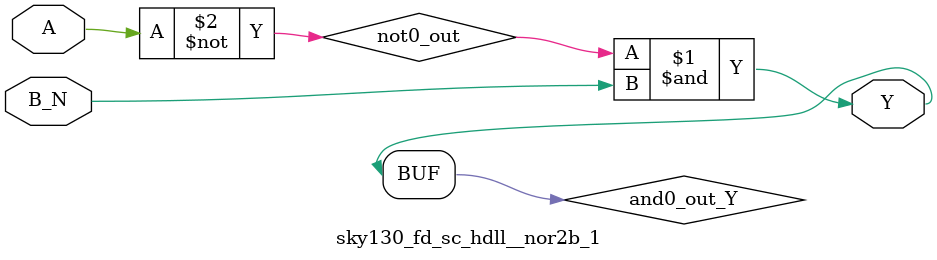
<source format=v>
/*
 * Copyright 2020 The SkyWater PDK Authors
 *
 * Licensed under the Apache License, Version 2.0 (the "License");
 * you may not use this file except in compliance with the License.
 * You may obtain a copy of the License at
 *
 *     https://www.apache.org/licenses/LICENSE-2.0
 *
 * Unless required by applicable law or agreed to in writing, software
 * distributed under the License is distributed on an "AS IS" BASIS,
 * WITHOUT WARRANTIES OR CONDITIONS OF ANY KIND, either express or implied.
 * See the License for the specific language governing permissions and
 * limitations under the License.
 *
 * SPDX-License-Identifier: Apache-2.0
*/


`ifndef SKY130_FD_SC_HDLL__NOR2B_1_FUNCTIONAL_V
`define SKY130_FD_SC_HDLL__NOR2B_1_FUNCTIONAL_V

/**
 * nor2b: 2-input NOR, first input inverted.
 *
 *        Y = !(A | B | C | !D)
 *
 * Verilog simulation functional model.
 */

`timescale 1ns / 1ps
`default_nettype none

`celldefine
module sky130_fd_sc_hdll__nor2b_1 (
    Y  ,
    A  ,
    B_N
);

    // Module ports
    output Y  ;
    input  A  ;
    input  B_N;

    // Local signals
    wire not0_out  ;
    wire and0_out_Y;

    //  Name  Output      Other arguments
    not not0 (not0_out  , A              );
    and and0 (and0_out_Y, not0_out, B_N  );
    buf buf0 (Y         , and0_out_Y     );

endmodule
`endcelldefine

`default_nettype wire
`endif  // SKY130_FD_SC_HDLL__NOR2B_1_FUNCTIONAL_V

</source>
